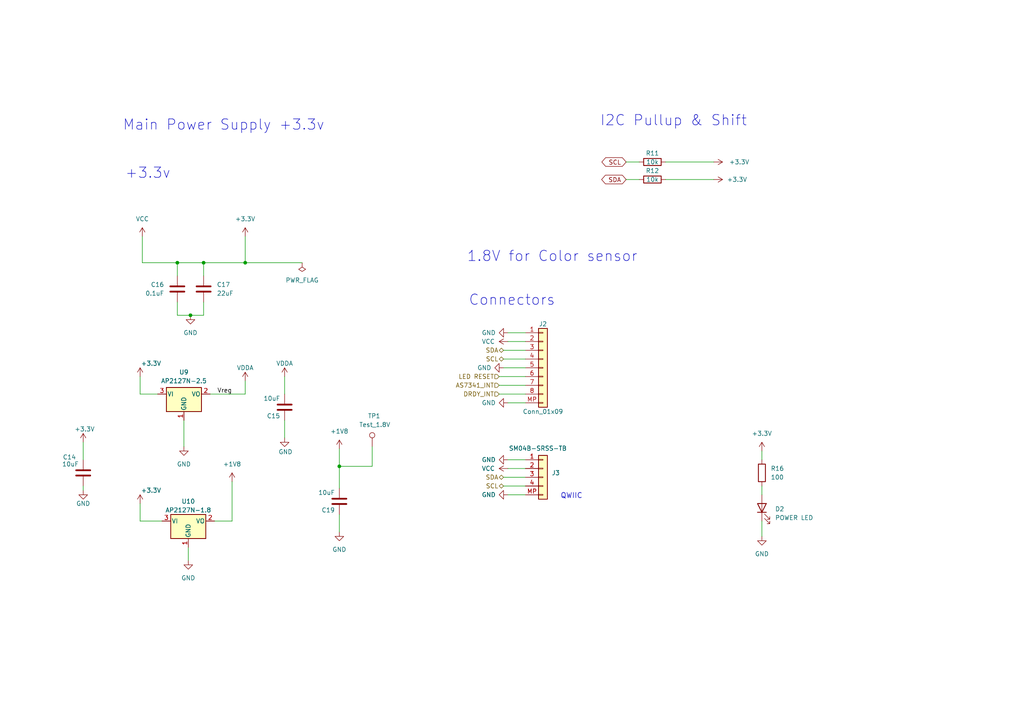
<source format=kicad_sch>
(kicad_sch (version 20250114) (generator "eeschema") (generator_version "9.0")
  (paper "A4")
  (title_block (title "PlasticScanner Handheld  DB 2.3") (date "2023-10-02") (rev "3") (company "Plastic Scanner"))
  (lib_symbols
    (symbol "Connector:TestPoint" (pin_numbers (hide yes)) (pin_names (offset 0.762) (hide yes))
      (property "Reference" "TP" (at 0 6.858 0))
      (property "Value" "TestPoint" (at 0 5.08 0))
      (symbol "TestPoint_0_1"
        (circle (center 0 3.302) (radius 0.762))
      )
      (symbol "TestPoint_1_1"
        (pin passive line (at 0 0 90) (length 2.54) (name "1") (number "1"))
      )
    )
    (symbol "Connector_Generic:Conn_01x05" (pin_names (offset 1.016) (hide yes))
      (property "Reference" "J3" (at 2.54 1.2701 0))
      (property "Value" "I2C" (at -10.16 6.35 0))
      (symbol "Conn_01x05_1_1"
        (rectangle (start -1.27 6.35) (end 1.27 -6.35) (stroke (width 0.254)) (fill (type background)))
        (rectangle (start -1.27 5.207) (end 0 4.953) (stroke (width 0.1524)))
        (rectangle (start -1.27 2.667) (end 0 2.413) (stroke (width 0.1524)))
        (rectangle (start -1.27 0.127) (end 0 -0.127) (stroke (width 0.1524)))
        (rectangle (start -1.27 -2.413) (end 0 -2.667) (stroke (width 0.1524)))
        (rectangle (start -1.27 -4.953) (end 0 -5.207) (stroke (width 0.1524)))
        (pin passive line (at -5.08 5.08 0) (length 3.81) (name "Pin_1") (number "1"))
        (pin passive line (at -5.08 2.54 0) (length 3.81) (name "Pin_2") (number "2"))
        (pin passive line (at -5.08 0 0) (length 3.81) (name "Pin_3") (number "3"))
        (pin passive line (at -5.08 -2.54 0) (length 3.81) (name "Pin_4") (number "4"))
        (pin passive line (at -5.08 -5.08 0) (length 3.81) (name "Pin_5") (number "MP"))
      )
    )
    (symbol "Connector_Generic:Conn_01x09" (pin_names (offset 1.016) (hide yes))
      (property "Reference" "J?" (at 0 12.7 0))
      (property "Value" "Conn_01x09" (at 0 -12.7 0))
      (symbol "Conn_01x09_1_1"
        (rectangle (start -1.27 11.43) (end 1.27 -11.43) (stroke (width 0.254)) (fill (type background)))
        (rectangle (start -1.27 10.287) (end 0 10.033) (stroke (width 0.1524)))
        (rectangle (start -1.27 7.747) (end 0 7.493) (stroke (width 0.1524)))
        (rectangle (start -1.27 5.207) (end 0 4.953) (stroke (width 0.1524)))
        (rectangle (start -1.27 2.667) (end 0 2.413) (stroke (width 0.1524)))
        (rectangle (start -1.27 0.127) (end 0 -0.127) (stroke (width 0.1524)))
        (rectangle (start -1.27 -2.413) (end 0 -2.667) (stroke (width 0.1524)))
        (rectangle (start -1.27 -4.953) (end 0 -5.207) (stroke (width 0.1524)))
        (rectangle (start -1.27 -7.493) (end 0 -7.747) (stroke (width 0.1524)))
        (rectangle (start -1.27 -10.033) (end 0 -10.287) (stroke (width 0.1524)))
        (pin passive line (at -5.08 10.16 0) (length 3.81) (name "Pin_1") (number "1"))
        (pin passive line (at -5.08 7.62 0) (length 3.81) (name "Pin_2") (number "2"))
        (pin passive line (at -5.08 5.08 0) (length 3.81) (name "Pin_3") (number "3"))
        (pin passive line (at -5.08 2.54 0) (length 3.81) (name "Pin_4") (number "4"))
        (pin passive line (at -5.08 0 0) (length 3.81) (name "Pin_5") (number "5"))
        (pin passive line (at -5.08 -2.54 0) (length 3.81) (name "Pin_6") (number "6"))
        (pin passive line (at -5.08 -5.08 0) (length 3.81) (name "Pin_7") (number "7"))
        (pin passive line (at -5.08 -7.62 0) (length 3.81) (name "Pin_8") (number "8"))
        (pin passive line (at -5.08 -10.16 0) (length 3.81) (name "") (number "MP"))
      )
    )
    (symbol "Device:C" (pin_numbers (hide yes)) (pin_names (offset 0.254))
      (property "Reference" "C" (at 0.635 2.54 0))
      (property "Value" "C" (at 0.635 -2.54 0))
      (symbol "C_0_1"
        (polyline (pts (xy -2.032 0.762) (xy 2.032 0.762)) (stroke (width 0.508)))
        (polyline (pts (xy -2.032 -0.762) (xy 2.032 -0.762)) (stroke (width 0.508)))
      )
      (symbol "C_1_1"
        (pin passive line (at 0 3.81 270) (length 2.794) (name "~") (number "1"))
        (pin passive line (at 0 -3.81 90) (length 2.794) (name "~") (number "2"))
      )
    )
    (symbol "Device:LED" (pin_numbers (hide yes)) (pin_names (offset 1.016) (hide yes))
      (property "Reference" "D" (at 0 2.54 0))
      (property "Value" "LED" (at 0 -2.54 0))
      (symbol "LED_0_1"
        (polyline (pts (xy -3.048 -0.762) (xy -4.572 -2.286) (xy -3.81 -2.286) (xy -4.572 -2.286) (xy -4.572 -1.524)))
        (polyline (pts (xy -1.778 -0.762) (xy -3.302 -2.286) (xy -2.54 -2.286) (xy -3.302 -2.286) (xy -3.302 -1.524)))
        (polyline (pts (xy -1.27 0) (xy 1.27 0)))
        (polyline (pts (xy -1.27 -1.27) (xy -1.27 1.27)) (stroke (width 0.254)))
        (polyline (pts (xy 1.27 -1.27) (xy 1.27 1.27) (xy -1.27 0) (xy 1.27 -1.27)) (stroke (width 0.254)))
      )
      (symbol "LED_1_1"
        (pin passive line (at -3.81 0 0) (length 2.54) (name "K") (number "1"))
        (pin passive line (at 3.81 0 180) (length 2.54) (name "A") (number "2"))
      )
    )
    (symbol "Device:R" (pin_numbers (hide yes)) (pin_names (offset 0))
      (property "Reference" "R" (at 2.032 0 90))
      (property "Value" "R" (at 0 0 90))
      (symbol "R_0_1"
        (rectangle (start -1.016 -2.54) (end 1.016 2.54) (stroke (width 0.254)))
      )
      (symbol "R_1_1"
        (pin passive line (at 0 3.81 270) (length 1.27) (name "~") (number "1"))
        (pin passive line (at 0 -3.81 90) (length 1.27) (name "~") (number "2"))
      )
    )
    (symbol "Regulator_Linear:AP2127N-1.8" (pin_names (offset 0.254))
      (property "Reference" "U" (at -3.81 3.175 0))
      (property "Value" "AP2127N-1.8" (at 0 3.175 0))
      (symbol "AP2127N-1.8_0_1"
        (rectangle (start -5.08 1.905) (end 5.08 -5.08) (stroke (width 0.254)) (fill (type background)))
      )
      (symbol "AP2127N-1.8_1_1"
        (pin power_in line (at -7.62 0 0) (length 2.54) (name "VI") (number "3"))
        (pin power_in line (at 0 -7.62 90) (length 2.54) (name "GND") (number "1"))
        (pin power_out line (at 7.62 0 180) (length 2.54) (name "VO") (number "2"))
      )
    )
    (symbol "Regulator_Linear:AP2127N-2.5" (pin_names (offset 0.254))
      (property "Reference" "U" (at -3.81 3.175 0))
      (property "Value" "AP2127N-2.5" (at 0 3.175 0))
      (symbol "AP2127N-2.5_0_1"
        (rectangle (start -5.08 1.905) (end 5.08 -5.08) (stroke (width 0.254)) (fill (type background)))
      )
      (symbol "AP2127N-2.5_1_1"
        (pin power_in line (at -7.62 0 0) (length 2.54) (name "VI") (number "3"))
        (pin power_in line (at 0 -7.62 90) (length 2.54) (name "GND") (number "1"))
        (pin power_out line (at 7.62 0 180) (length 2.54) (name "VO") (number "2"))
      )
    )
    (symbol "power:+1V8" (power) (pin_names (offset 0))
      (property "Value" "+1V8" (at 0 3.556 0))
      (symbol "+1V8_0_1"
        (polyline (pts (xy -0.762 1.27) (xy 0 2.54)))
        (polyline (pts (xy 0 2.54) (xy 0.762 1.27)))
        (polyline (pts (xy 0 0) (xy 0 2.54)))
      )
      (symbol "+1V8_1_1"
        (pin power_in line (at 0 0 90) (length 0) (hide yes) (name "+1V8") (number "1"))
      )
    )
    (symbol "power:+3.3V" (power) (pin_names (offset 0))
      (property "Value" "+3.3V" (at 0 3.556 0))
      (symbol "+3.3V_0_1"
        (polyline (pts (xy -0.762 1.27) (xy 0 2.54)))
        (polyline (pts (xy 0 2.54) (xy 0.762 1.27)))
        (polyline (pts (xy 0 0) (xy 0 2.54)))
      )
      (symbol "+3.3V_1_1"
        (pin power_in line (at 0 0 90) (length 0) (hide yes) (name "+3.3V") (number "1"))
      )
    )
    (symbol "power:GND" (power) (pin_names (offset 0))
      (property "Value" "GND" (at 0 -3.81 0))
      (symbol "GND_0_1"
        (polyline (pts (xy 0 0) (xy 0 -1.27) (xy 1.27 -1.27) (xy 0 -2.54) (xy -1.27 -1.27) (xy 0 -1.27)))
      )
      (symbol "GND_1_1"
        (pin power_in line (at 0 0 270) (length 0) (hide yes) (name "GND") (number "1"))
      )
    )
    (symbol "power:PWR_FLAG" (power) (pin_numbers (hide yes)) (pin_names (offset 0) (hide yes))
      (property "Value" "PWR_FLAG" (at 0 3.81 0))
      (symbol "PWR_FLAG_0_0"
        (pin power_out line (at 0 0 90) (length 0) (name "pwr") (number "1"))
      )
      (symbol "PWR_FLAG_0_1"
        (polyline (pts (xy 0 0) (xy 0 1.27) (xy -1.016 1.905) (xy 0 2.54) (xy 1.016 1.905) (xy 0 1.27)))
      )
    )
    (symbol "power:VCC" (power) (pin_names (offset 0))
      (property "Value" "VCC" (at 0 3.81 0))
      (symbol "VCC_0_1"
        (polyline (pts (xy -0.762 1.27) (xy 0 2.54)))
        (polyline (pts (xy 0 2.54) (xy 0.762 1.27)))
        (polyline (pts (xy 0 0) (xy 0 2.54)))
      )
      (symbol "VCC_1_1"
        (pin power_in line (at 0 0 90) (length 0) (hide yes) (name "VCC") (number "1"))
      )
    )
    (symbol "power:VDDA" (power) (pin_names (offset 0))
      (property "Value" "VDDA" (at 0 3.81 0))
      (symbol "VDDA_0_1"
        (polyline (pts (xy -0.762 1.27) (xy 0 2.54)))
        (polyline (pts (xy 0 2.54) (xy 0.762 1.27)))
        (polyline (pts (xy 0 0) (xy 0 2.54)))
      )
      (symbol "VDDA_1_1"
        (pin power_in line (at 0 0 90) (length 0) (hide yes) (name "VDDA") (number "1"))
      )
    )
  )
  (text "Connectors" (at 135.89 88.9 0) (effects (font (size 3 3)) (justify left bottom)))
  (text "QWIIC\n" (at 162.56 144.78 0) (effects (font (size 1.5 1.5)) (justify left bottom)))
  (text "Main Power Supply +3.3v" (at 35.56 38.1 0) (effects (font (size 3 3)) (justify left bottom)))
  (text "1.8V for Color sensor" (at 135.382 76.2 0) (effects (font (size 3 3)) (justify left bottom)))
  (text "+3.3v" (at 36.195 52.07 0) (effects (font (size 3 3)) (justify left bottom)))
  (text "I2C Pullup & Shift\n" (at 173.99 36.83 0) (effects (font (size 3 3)) (justify left bottom)))
  (junction (at 51.435 76.2))
  (junction (at 98.425 135.255))
  (junction (at 59.055 76.2))
  (junction (at 55.245 91.44))
  (junction (at 71.12 76.2))
  (wire (pts (xy 181.61 46.99) (xy 185.42 46.99)))
  (wire (pts (xy 51.435 87.63) (xy 51.435 91.44)))
  (wire (pts (xy 220.98 151.13) (xy 220.98 155.575)))
  (wire (pts (xy 67.31 139.7) (xy 67.31 151.13)))
  (wire (pts (xy 220.98 130.81) (xy 220.98 133.35)))
  (wire (pts (xy 24.13 140.97) (xy 24.13 142.24)))
  (wire (pts (xy 41.275 76.2) (xy 51.435 76.2)))
  (wire (pts (xy 98.425 135.255) (xy 98.425 130.175)))
  (wire (pts (xy 107.95 129.54) (xy 107.95 135.255)))
  (wire (pts (xy 62.23 151.13) (xy 67.31 151.13)))
  (wire (pts (xy 144.78 111.76) (xy 152.4 111.76)))
  (wire (pts (xy 220.98 140.97) (xy 220.98 143.51)))
  (wire (pts (xy 40.64 114.3) (xy 45.72 114.3)))
  (wire (pts (xy 40.64 146.05) (xy 40.64 151.13)))
  (wire (pts (xy 24.13 128.27) (xy 24.13 133.35)))
  (wire (pts (xy 51.435 76.2) (xy 51.435 80.01)))
  (wire (pts (xy 71.12 76.2) (xy 87.63 76.2)))
  (wire (pts (xy 147.32 133.35) (xy 152.4 133.35)))
  (wire (pts (xy 51.435 91.44) (xy 55.245 91.44)))
  (wire (pts (xy 40.64 109.22) (xy 40.64 114.3)))
  (wire (pts (xy 59.055 91.44) (xy 55.245 91.44)))
  (wire (pts (xy 146.05 138.43) (xy 152.4 138.43)))
  (wire (pts (xy 147.32 143.51) (xy 152.4 143.51)))
  (wire (pts (xy 146.05 140.97) (xy 152.4 140.97)))
  (wire (pts (xy 193.04 52.07) (xy 207.01 52.07)))
  (wire (pts (xy 60.96 114.3) (xy 71.12 114.3)))
  (wire (pts (xy 82.55 121.92) (xy 82.55 127)))
  (wire (pts (xy 146.05 101.6) (xy 152.4 101.6)))
  (wire (pts (xy 40.64 151.13) (xy 46.99 151.13)))
  (wire (pts (xy 98.425 149.225) (xy 98.425 154.305)))
  (wire (pts (xy 181.61 52.07) (xy 185.42 52.07)))
  (wire (pts (xy 98.425 135.255) (xy 98.425 141.605)))
  (wire (pts (xy 41.275 68.58) (xy 41.275 76.2)))
  (wire (pts (xy 59.055 87.63) (xy 59.055 91.44)))
  (wire (pts (xy 146.05 104.14) (xy 152.4 104.14)))
  (wire (pts (xy 147.32 96.52) (xy 152.4 96.52)))
  (wire (pts (xy 144.78 114.3) (xy 152.4 114.3)))
  (wire (pts (xy 144.78 109.22) (xy 152.4 109.22)))
  (wire (pts (xy 147.32 116.84) (xy 152.4 116.84)))
  (wire (pts (xy 82.55 109.22) (xy 82.55 114.3)))
  (wire (pts (xy 59.055 76.2) (xy 59.055 80.01)))
  (wire (pts (xy 59.055 76.2) (xy 71.12 76.2)))
  (wire (pts (xy 54.61 158.75) (xy 54.61 162.56)))
  (wire (pts (xy 53.34 121.92) (xy 53.34 129.54)))
  (wire (pts (xy 146.05 106.68) (xy 152.4 106.68)))
  (wire (pts (xy 147.32 135.89) (xy 152.4 135.89)))
  (wire (pts (xy 71.12 114.3) (xy 71.12 110.49)))
  (wire (pts (xy 193.04 46.99) (xy 207.01 46.99)))
  (wire (pts (xy 107.95 135.255) (xy 98.425 135.255)))
  (wire (pts (xy 51.435 76.2) (xy 59.055 76.2)))
  (wire (pts (xy 147.32 99.06) (xy 152.4 99.06)))
  (wire (pts (xy 71.12 68.58) (xy 71.12 76.2)))
  (label "Vreg" (at 67.31 114.3 180))
  (global_label "SCL" (shape bidirectional) (at 181.61 46.99 180) (property "Intersheetrefs" "${INTERSHEET_REFS}" (effects (hide yes))))
  (global_label "SDA" (shape bidirectional) (at 181.61 52.07 180) (property "Intersheetrefs" "${INTERSHEET_REFS}" (effects (hide yes))))
  (hierarchical_label "SDA" (shape bidirectional) (at 146.05 138.43 180))
  (hierarchical_label "LED RESET" (shape input) (at 144.78 109.22 180))
  (hierarchical_label "SDA" (shape bidirectional) (at 146.05 101.6 180))
  (hierarchical_label "AS7341_INT" (shape input) (at 144.78 111.76 180))
  (hierarchical_label "SCL" (shape bidirectional) (at 146.05 140.97 180))
  (hierarchical_label "DRDY_INT" (shape input) (at 144.78 114.3 180))
  (hierarchical_label "SCL" (shape bidirectional) (at 146.05 104.14 180))
  (symbol (lib_id "Connector_Generic:Conn_01x09") (at 157.48 106.68 0) (unit 1)
    (property "Reference" "J2" (at 157.48 93.98 0))
    (property "Value" "Conn_01x09" (at 157.48 119.38 0))
    (property "Footprint" "round_module:round_notch" (effects (hide yes)))
  )
  (symbol (lib_id "power:VCC") (at 147.32 135.89 90) (unit 1)
    (property "Reference" "#PWR05" (effects (hide yes)))
    (property "Value" "VCC" (at 139.7 135.89 90) (effects (justify right)))
  )
  (symbol (lib_id "Device:C") (at 59.055 83.82 0) (unit 1)
    (property "Reference" "C17" (at 62.865 82.5499 0) (effects (justify left)))
    (property "Value" "22uF" (at 62.865 85.0899 0) (effects (justify left)))
    (property "Footprint" "Capacitor_SMD:C_0603_1608Metric_Pad1.08x0.95mm_HandSolder" (effects (hide yes)))
    (property "digikey description" "CAP CER 22UF 6.3V X5R 0603" (effects (hide yes)))
    (property "digikey part number" "490-7611-1-ND" (effects (hide yes)))
  )
  (symbol (lib_id "power:GND") (at 147.32 96.52 270) (unit 1)
    (property "Reference" "#PWR019" (effects (hide yes)))
    (property "Value" "GND" (at 139.7 96.52 90) (effects (justify left)))
  )
  (symbol (lib_id "Regulator_Linear:AP2127N-2.5") (at 53.34 114.3 0) (unit 1)
    (property "Reference" "U9" (at 53.34 107.95 0))
    (property "Value" "AP2127N-2.5" (at 53.34 110.49 0))
    (property "Footprint" "Package_TO_SOT_SMD:SOT-23" (effects (hide yes)))
    (property "Datasheet" "https://www.diodes.com/assets/Datasheets/AP2127.pdf" (effects (hide yes)))
    (property "digikey description" "IC REG LINEAR 2.5V 300MA SOT23" (effects (hide yes)))
    (property "digikey part number" "AP2120N-2.5TRG1DICT-ND" (effects (hide yes)))
  )
  (symbol (lib_id "Device:R") (at 189.23 52.07 90) (unit 1)
    (property "Reference" "R12" (at 189.23 49.53 90))
    (property "Value" "10k" (at 189.23 52.07 90))
    (property "Footprint" "Resistor_SMD:R_0603_1608Metric_Pad0.98x0.95mm_HandSolder" (effects (hide yes)))
    (property "mouser description" "CRGH0603J10K" (effects (hide yes)))
    (property "mouser part number" "279-CRGH0603J10K" (effects (hide yes)))
    (property "digikey description" "RES 10K OHM 5% 1/10W 0603" (effects (hide yes)))
    (property "digikey part number" "311-10KGRCT-ND" (effects (hide yes)))
  )
  (symbol (lib_id "power:GND") (at 55.245 91.44 0) (unit 1)
    (property "Reference" "#PWR033" (effects (hide yes)))
    (property "Value" "GND" (at 55.245 96.52 0))
  )
  (symbol (lib_id "power:GND") (at 146.05 106.68 270) (unit 1)
    (property "Reference" "#PWR028" (effects (hide yes)))
    (property "Value" "GND" (at 138.43 106.68 90) (effects (justify left)))
  )
  (symbol (lib_id "power:VDDA") (at 71.12 110.49 0) (unit 1)
    (property "Reference" "#PWR014" (effects (hide yes)))
    (property "Value" "VDDA" (at 71.12 106.68 0))
  )
  (symbol (lib_id "Connector_Generic:Conn_01x05") (at 157.48 138.43 0) (unit 1)
    (property "Reference" "J3" (at 160.02 137.1599 0) (effects (justify left)))
    (property "Value" "SM04B-SRSS-TB" (at 147.574 130.048 0) (effects (justify left)))
    (property "Footprint" "Connector_JST:JST_SH_SM04B-SRSS-TB_1x04-1MP_P1.00mm_Horizontal" (effects (hide yes)))
    (property "digikey description" "SM04B-SRSS-TB" (effects (hide yes)))
    (property "digikey part number" "455-SM04B-SRSS-TBCT-ND" (effects (hide yes)))
  )
  (symbol (lib_id "power:GND") (at 54.61 162.56 0) (unit 1)
    (property "Reference" "#PWR022" (effects (hide yes)))
    (property "Value" "GND" (at 54.61 167.64 0))
    (instances (project "RoundScanner" (path "" (reference "#PWR022") (unit 1)) (path "" (reference "#PWR011") (unit 1))))
  )
  (symbol (lib_id "power:GND") (at 53.34 129.54 0) (unit 1)
    (property "Reference" "#PWR013" (effects (hide yes)))
    (property "Value" "GND" (at 53.34 134.62 0))
    (instances (project "RoundScanner" (path "" (reference "#PWR013") (unit 1)) (path "" (reference "#PWR011") (unit 1))))
  )
  (symbol (lib_id "power:+1V8") (at 98.425 130.175 0) (unit 1)
    (property "Reference" "#PWR0127" (effects (hide yes)))
    (property "Value" "+1V8" (at 98.425 125.095 0))
  )
  (symbol (lib_id "power:GND") (at 24.13 142.24 0) (unit 1)
    (property "Reference" "#PWR0122" (effects (hide yes)))
    (property "Value" "GND" (at 24.13 146.05 0))
  )
  (symbol (lib_id "power:VCC") (at 147.32 99.06 90) (unit 1)
    (property "Reference" "#PWR026" (effects (hide yes)))
    (property "Value" "VCC" (at 139.7 99.06 90) (effects (justify right)))
  )
  (symbol (lib_id "Regulator_Linear:AP2127N-1.8") (at 54.61 151.13 0) (unit 1)
    (property "Reference" "U10" (at 54.61 145.415 0))
    (property "Value" "AP2127N-1.8" (at 54.61 147.955 0))
    (property "Footprint" "Package_TO_SOT_SMD:SOT-23" (effects (hide yes)))
    (property "Datasheet" "https://www.diodes.com/assets/Datasheets/AP2127.pdf" (effects (hide yes)))
    (property "digikey description" "IC REG LINEAR 1.8V 300MA SOT23-3" (effects (hide yes)))
    (property "digikey part number" "AP2125N-1.8TRG1DICT-ND" (effects (hide yes)))
  )
  (symbol (lib_id "power:+3.3V") (at 24.13 128.27 0) (unit 1)
    (property "Reference" "#PWR0123" (effects (hide yes)))
    (property "Value" "+3.3V" (at 21.59 124.46 0) (effects (justify left)))
  )
  (symbol (lib_id "Device:C") (at 51.435 83.82 0) (mirror x) (unit 1)
    (property "Reference" "C16" (at 47.625 82.5499 0) (effects (justify right)))
    (property "Value" "0.1uF" (at 47.625 85.0899 0) (effects (justify right)))
    (property "Footprint" "Capacitor_SMD:C_0603_1608Metric_Pad1.08x0.95mm_HandSolder" (effects (hide yes)))
    (property "digikey description" "CAP CER 0.1UF 16V X7R 0603" (effects (hide yes)))
    (property "digikey part number" "311-1088-1-ND" (effects (hide yes)))
  )
  (symbol (lib_id "power:PWR_FLAG") (at 87.63 76.2 0) (mirror x) (unit 1)
    (property "Reference" "#FLG01" (effects (hide yes)))
    (property "Value" "PWR_FLAG" (at 87.63 81.28 0))
    (instances (project "RoundScanner" (path "" (reference "#FLG01") (unit 1)) (path "" (reference "#FLG0101") (unit 1))))
  )
  (symbol (lib_id "power:VDDA") (at 82.55 109.22 0) (unit 1)
    (property "Reference" "#PWR047" (effects (hide yes)))
    (property "Value" "VDDA" (at 82.55 105.41 0))
  )
  (symbol (lib_id "Device:C") (at 82.55 118.11 180) (unit 1)
    (property "Reference" "C15" (at 81.28 120.65 0) (effects (justify left)))
    (property "Value" "10uF" (at 81.28 115.57 0) (effects (justify left)))
    (property "Footprint" "Capacitor_SMD:C_0603_1608Metric_Pad1.08x0.95mm_HandSolder" (effects (hide yes)))
    (property "digikey description" "CAP CER 10UF 6.3V X5R 0603" (effects (hide yes)))
    (property "digikey part number" "1276-1038-1-ND" (effects (hide yes)))
  )
  (symbol (lib_id "power:GND") (at 147.32 116.84 270) (unit 1)
    (property "Reference" "#PWR029" (effects (hide yes)))
    (property "Value" "GND" (at 139.7 116.84 90) (effects (justify left)))
  )
  (symbol (lib_id "Device:C") (at 98.425 145.415 180) (unit 1)
    (property "Reference" "C19" (at 97.155 147.955 0) (effects (justify left)))
    (property "Value" "10uF" (at 97.155 142.875 0) (effects (justify left)))
    (property "Footprint" "Capacitor_SMD:C_0603_1608Metric_Pad1.08x0.95mm_HandSolder" (effects (hide yes)))
    (property "digikey description" "CAP CER 10UF 6.3V X5R 0603" (effects (hide yes)))
    (property "digikey part number" "1276-1038-1-ND" (effects (hide yes)))
  )
  (symbol (lib_id "Device:R") (at 189.23 46.99 270) (unit 1)
    (property "Reference" "R11" (at 189.23 44.45 90))
    (property "Value" "10k" (at 189.23 46.99 90))
    (property "Footprint" "Resistor_SMD:R_0603_1608Metric_Pad0.98x0.95mm_HandSolder" (effects (hide yes)))
    (property "mouser description" "CRGH0603J10K" (effects (hide yes)))
    (property "mouser part number" "279-CRGH0603J10K" (effects (hide yes)))
    (property "digikey description" "RES 10K OHM 5% 1/10W 0603" (effects (hide yes)))
    (property "digikey part number" "311-10KGRCT-ND" (effects (hide yes)))
  )
  (symbol (lib_id "power:+3.3V") (at 220.98 130.81 0) (unit 1)
    (property "Reference" "#PWR0102" (effects (hide yes)))
    (property "Value" "+3.3V" (at 220.98 125.73 0))
  )
  (symbol (lib_id "power:GND") (at 220.98 155.575 0) (unit 1)
    (property "Reference" "#PWR0103" (effects (hide yes)))
    (property "Value" "GND" (at 220.98 160.655 0))
  )
  (symbol (lib_id "Connector:TestPoint") (at 107.95 129.54 0) (unit 1)
    (property "Reference" "TP1" (at 106.68 120.65 0) (effects (justify left)))
    (property "Value" "Test_1.8V" (at 104.14 123.19 0) (effects (justify left)))
    (property "Footprint" "TestPoint:TestPoint_Pad_D1.5mm" (effects (hide yes)))
  )
  (symbol (lib_id "Device:LED") (at 220.98 147.32 90) (unit 1)
    (property "Reference" "D2" (at 224.79 147.6374 90) (effects (justify right)))
    (property "Value" "POWER LED" (at 224.79 150.1774 90) (effects (justify right)))
    (property "Footprint" "LED_SMD:LED_0805_2012Metric_Pad1.15x1.40mm_HandSolder" (effects (hide yes)))
    (property "digikey description" "LED RED CLEAR 1206 SMD" (effects (hide yes)))
    (property "digikey part number" "160-1405-1-ND" (effects (hide yes)))
  )
  (symbol (lib_id "power:GND") (at 147.32 143.51 270) (unit 1)
    (property "Reference" "#PWR0137" (effects (hide yes)))
    (property "Value" "GND" (at 139.7 143.51 90) (effects (justify left)))
  )
  (symbol (lib_id "power:+3.3V") (at 71.12 68.58 0) (unit 1)
    (property "Reference" "#PWR034" (effects (hide yes)))
    (property "Value" "+3.3V" (at 71.12 63.5 0))
  )
  (symbol (lib_id "power:GND") (at 82.55 127 0) (unit 1)
    (property "Reference" "#PWR0128" (effects (hide yes)))
    (property "Value" "GND" (at 82.804 131.064 0))
  )
  (symbol (lib_id "power:+1V8") (at 67.31 139.7 0) (unit 1)
    (property "Reference" "#PWR023" (effects (hide yes)))
    (property "Value" "+1V8" (at 67.31 134.62 0))
  )
  (symbol (lib_id "power:+3.3V") (at 40.64 109.22 0) (unit 1)
    (property "Reference" "#PWR011" (effects (hide yes)))
    (property "Value" "+3.3V" (at 43.815 105.41 0))
    (instances (project "RoundScanner" (path "" (reference "#PWR011") (unit 1)) (path "" (reference "#PWR0136") (unit 1))))
  )
  (symbol (lib_id "power:GND") (at 98.425 154.305 0) (unit 1)
    (property "Reference" "#PWR0129" (effects (hide yes)))
    (property "Value" "GND" (at 98.425 159.385 0))
  )
  (symbol (lib_id "power:+3.3V") (at 207.01 46.99 270) (unit 1)
    (property "Reference" "#PWR01" (effects (hide yes)))
    (property "Value" "+3.3V" (at 211.455 46.99 90) (effects (justify left)))
  )
  (symbol (lib_id "Device:R") (at 220.98 137.16 0) (mirror y) (unit 1)
    (property "Reference" "R16" (at 223.52 135.8899 0) (effects (justify right)))
    (property "Value" "100" (at 223.52 138.4299 0) (effects (justify right)))
    (property "Footprint" "Resistor_SMD:R_0603_1608Metric_Pad0.98x0.95mm_HandSolder" (effects (hide yes)))
    (property "digikey description" "RES 1K OHM 1% 1/10W 0603" (effects (hide yes)))
    (property "digikey part number" "311-1.00KHRCT-ND" (effects (hide yes)))
  )
  (symbol (lib_id "power:VCC") (at 41.275 68.58 0) (unit 1)
    (property "Reference" "#PWR0117" (effects (hide yes)))
    (property "Value" "VCC" (at 41.275 63.5 0))
  )
  (symbol (lib_id "Device:C") (at 24.13 137.16 180) (unit 1)
    (property "Reference" "C14" (at 22.098 132.588 0) (effects (justify left)))
    (property "Value" "10uF" (at 22.86 134.62 0) (effects (justify left)))
    (property "Footprint" "Capacitor_SMD:C_0603_1608Metric_Pad1.08x0.95mm_HandSolder" (effects (hide yes)))
    (property "digikey description" "CAP CER 10UF 6.3V X5R 0603" (effects (hide yes)))
    (property "digikey part number" "1276-1038-1-ND" (effects (hide yes)))
  )
  (symbol (lib_id "power:+3.3V") (at 207.01 52.07 270) (unit 1)
    (property "Reference" "#PWR08" (effects (hide yes)))
    (property "Value" "+3.3V" (at 210.82 52.07 90) (effects (justify left)))
  )
  (symbol (lib_id "power:GND") (at 147.32 133.35 270) (unit 1)
    (property "Reference" "#PWR03" (effects (hide yes)))
    (property "Value" "GND" (at 139.7 133.35 90) (effects (justify left)))
  )
  (symbol (lib_id "power:+3.3V") (at 40.64 146.05 0) (unit 1)
    (property "Reference" "#PWR020" (effects (hide yes)))
    (property "Value" "+3.3V" (at 43.815 142.24 0))
    (instances (project "RoundScanner" (path "" (reference "#PWR020") (unit 1)) (path "" (reference "#PWR0136") (unit 1))))
  )
)
</source>
